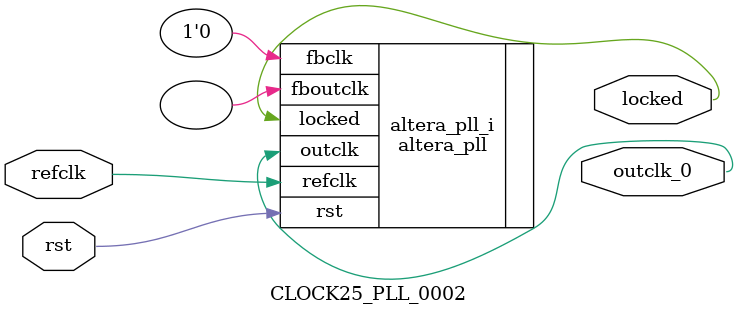
<source format=v>
`timescale 1ns/10ps
module  CLOCK25_PLL_0002(

	// interface 'refclk'
	input wire refclk,

	// interface 'reset'
	input wire rst,

	// interface 'outclk0'
	output wire outclk_0,

	// interface 'locked'
	output wire locked
);

	altera_pll #(
		.fractional_vco_multiplier("false"),
		.reference_clock_frequency("50.0 MHz"),
		.operation_mode("direct"),
		.number_of_clocks(1),
		.output_clock_frequency0("25.000000 MHz"),
		.phase_shift0("0 ps"),
		.duty_cycle0(50),
		.output_clock_frequency1("0 MHz"),
		.phase_shift1("0 ps"),
		.duty_cycle1(50),
		.output_clock_frequency2("0 MHz"),
		.phase_shift2("0 ps"),
		.duty_cycle2(50),
		.output_clock_frequency3("0 MHz"),
		.phase_shift3("0 ps"),
		.duty_cycle3(50),
		.output_clock_frequency4("0 MHz"),
		.phase_shift4("0 ps"),
		.duty_cycle4(50),
		.output_clock_frequency5("0 MHz"),
		.phase_shift5("0 ps"),
		.duty_cycle5(50),
		.output_clock_frequency6("0 MHz"),
		.phase_shift6("0 ps"),
		.duty_cycle6(50),
		.output_clock_frequency7("0 MHz"),
		.phase_shift7("0 ps"),
		.duty_cycle7(50),
		.output_clock_frequency8("0 MHz"),
		.phase_shift8("0 ps"),
		.duty_cycle8(50),
		.output_clock_frequency9("0 MHz"),
		.phase_shift9("0 ps"),
		.duty_cycle9(50),
		.output_clock_frequency10("0 MHz"),
		.phase_shift10("0 ps"),
		.duty_cycle10(50),
		.output_clock_frequency11("0 MHz"),
		.phase_shift11("0 ps"),
		.duty_cycle11(50),
		.output_clock_frequency12("0 MHz"),
		.phase_shift12("0 ps"),
		.duty_cycle12(50),
		.output_clock_frequency13("0 MHz"),
		.phase_shift13("0 ps"),
		.duty_cycle13(50),
		.output_clock_frequency14("0 MHz"),
		.phase_shift14("0 ps"),
		.duty_cycle14(50),
		.output_clock_frequency15("0 MHz"),
		.phase_shift15("0 ps"),
		.duty_cycle15(50),
		.output_clock_frequency16("0 MHz"),
		.phase_shift16("0 ps"),
		.duty_cycle16(50),
		.output_clock_frequency17("0 MHz"),
		.phase_shift17("0 ps"),
		.duty_cycle17(50),
		.pll_type("General"),
		.pll_subtype("General")
	) altera_pll_i (
		.rst	(rst),
		.outclk	({outclk_0}),
		.locked	(locked),
		.fboutclk	( ),
		.fbclk	(1'b0),
		.refclk	(refclk)
	);
endmodule


</source>
